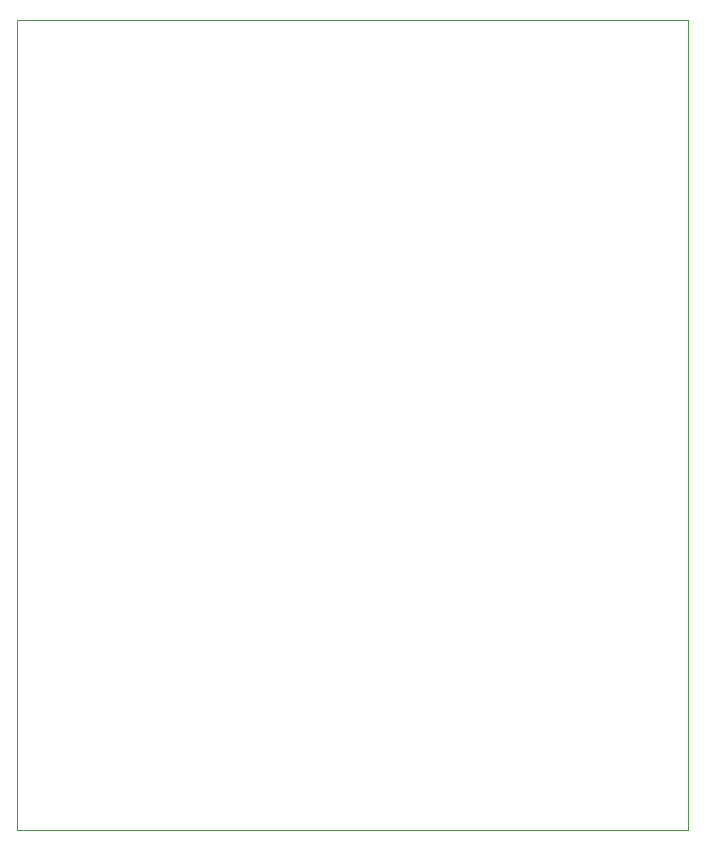
<source format=gbr>
G04 #@! TF.GenerationSoftware,KiCad,Pcbnew,(5.1.4)-1*
G04 #@! TF.CreationDate,2020-11-30T14:55:24+01:00*
G04 #@! TF.ProjectId,emg,656d672e-6b69-4636-9164-5f7063625858,rev?*
G04 #@! TF.SameCoordinates,Original*
G04 #@! TF.FileFunction,Profile,NP*
%FSLAX46Y46*%
G04 Gerber Fmt 4.6, Leading zero omitted, Abs format (unit mm)*
G04 Created by KiCad (PCBNEW (5.1.4)-1) date 2020-11-30 14:55:24*
%MOMM*%
%LPD*%
G04 APERTURE LIST*
%ADD10C,0.050000*%
G04 APERTURE END LIST*
D10*
X56896000Y-86360000D02*
X56896000Y-154940000D01*
X113665000Y-86360000D02*
X56896000Y-86360000D01*
X113665000Y-154940000D02*
X113665000Y-86360000D01*
X56896000Y-154940000D02*
X113665000Y-154940000D01*
M02*

</source>
